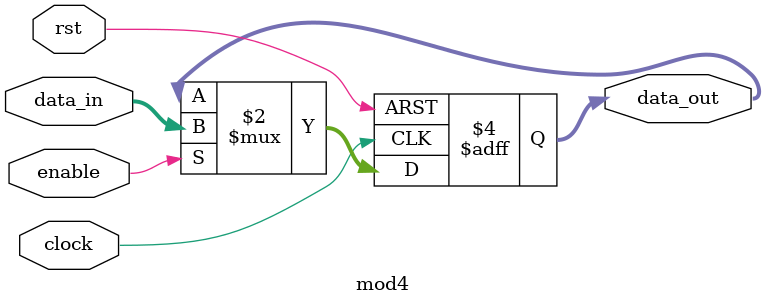
<source format=v>
module mod4(
  input clock,
  input enable,
  input rst,
  input [7:0] data_in,
  output reg [7:0] data_out
);
  always @(posedge clock or posedge rst) begin
    if (rst)
      data_out <= 8'b0;
    else if (enable)
      data_out <= data_in;
  end
endmodule

</source>
